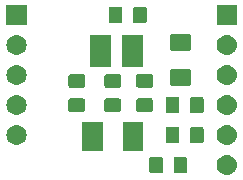
<source format=gbr>
G04 #@! TF.GenerationSoftware,KiCad,Pcbnew,(5.0.2)-1*
G04 #@! TF.CreationDate,2019-02-13T12:40:33+01:00*
G04 #@! TF.ProjectId,DICE-ADC-SMD,44494345-2d41-4444-932d-534d442e6b69,rev?*
G04 #@! TF.SameCoordinates,PX8e25b78PY3dbbafc*
G04 #@! TF.FileFunction,Soldermask,Top*
G04 #@! TF.FilePolarity,Negative*
%FSLAX46Y46*%
G04 Gerber Fmt 4.6, Leading zero omitted, Abs format (unit mm)*
G04 Created by KiCad (PCBNEW (5.0.2)-1) date 13/02/2019 12:40:33*
%MOMM*%
%LPD*%
G01*
G04 APERTURE LIST*
%ADD10C,0.100000*%
G04 APERTURE END LIST*
D10*
G36*
X21294350Y4609601D02*
X21454575Y4560997D01*
X21602240Y4482069D01*
X21731669Y4375849D01*
X21837889Y4246420D01*
X21916817Y4098755D01*
X21965421Y3938530D01*
X21981832Y3771900D01*
X21965421Y3605270D01*
X21916817Y3445045D01*
X21837889Y3297380D01*
X21731669Y3167951D01*
X21602240Y3061731D01*
X21454575Y2982803D01*
X21294350Y2934199D01*
X21169472Y2921900D01*
X21085968Y2921900D01*
X20961090Y2934199D01*
X20800865Y2982803D01*
X20653200Y3061731D01*
X20523771Y3167951D01*
X20417551Y3297380D01*
X20338623Y3445045D01*
X20290019Y3605270D01*
X20273608Y3771900D01*
X20290019Y3938530D01*
X20338623Y4098755D01*
X20417551Y4246420D01*
X20523771Y4375849D01*
X20653200Y4482069D01*
X20800865Y4560997D01*
X20961090Y4609601D01*
X21085968Y4621900D01*
X21169472Y4621900D01*
X21294350Y4609601D01*
X21294350Y4609601D01*
G37*
G36*
X17630242Y4467861D02*
X17663773Y4457689D01*
X17694680Y4441169D01*
X17721763Y4418943D01*
X17743989Y4391860D01*
X17760509Y4360953D01*
X17770681Y4327422D01*
X17774720Y4286413D01*
X17774720Y3257387D01*
X17770681Y3216378D01*
X17760509Y3182847D01*
X17743989Y3151940D01*
X17721763Y3124857D01*
X17694680Y3102631D01*
X17663773Y3086111D01*
X17630242Y3075939D01*
X17589233Y3071900D01*
X16810207Y3071900D01*
X16769198Y3075939D01*
X16735667Y3086111D01*
X16704760Y3102631D01*
X16677677Y3124857D01*
X16655451Y3151940D01*
X16638931Y3182847D01*
X16628759Y3216378D01*
X16624720Y3257387D01*
X16624720Y4286413D01*
X16628759Y4327422D01*
X16638931Y4360953D01*
X16655451Y4391860D01*
X16677677Y4418943D01*
X16704760Y4441169D01*
X16735667Y4457689D01*
X16769198Y4467861D01*
X16810207Y4471900D01*
X17589233Y4471900D01*
X17630242Y4467861D01*
X17630242Y4467861D01*
G37*
G36*
X15580242Y4467861D02*
X15613773Y4457689D01*
X15644680Y4441169D01*
X15671763Y4418943D01*
X15693989Y4391860D01*
X15710509Y4360953D01*
X15720681Y4327422D01*
X15724720Y4286413D01*
X15724720Y3257387D01*
X15720681Y3216378D01*
X15710509Y3182847D01*
X15693989Y3151940D01*
X15671763Y3124857D01*
X15644680Y3102631D01*
X15613773Y3086111D01*
X15580242Y3075939D01*
X15539233Y3071900D01*
X14760207Y3071900D01*
X14719198Y3075939D01*
X14685667Y3086111D01*
X14654760Y3102631D01*
X14627677Y3124857D01*
X14605451Y3151940D01*
X14588931Y3182847D01*
X14578759Y3216378D01*
X14574720Y3257387D01*
X14574720Y4286413D01*
X14578759Y4327422D01*
X14588931Y4360953D01*
X14605451Y4391860D01*
X14627677Y4418943D01*
X14654760Y4441169D01*
X14685667Y4457689D01*
X14719198Y4467861D01*
X14760207Y4471900D01*
X15539233Y4471900D01*
X15580242Y4467861D01*
X15580242Y4467861D01*
G37*
G36*
X14045720Y4939900D02*
X12305720Y4939900D01*
X12305720Y7429900D01*
X14045720Y7429900D01*
X14045720Y4939900D01*
X14045720Y4939900D01*
G37*
G36*
X10645720Y4939900D02*
X8905720Y4939900D01*
X8905720Y7429900D01*
X10645720Y7429900D01*
X10645720Y4939900D01*
X10645720Y4939900D01*
G37*
G36*
X3494350Y7149601D02*
X3654575Y7100997D01*
X3802240Y7022069D01*
X3931669Y6915849D01*
X4037889Y6786420D01*
X4116817Y6638755D01*
X4165421Y6478530D01*
X4181832Y6311900D01*
X4165421Y6145270D01*
X4116817Y5985045D01*
X4037889Y5837380D01*
X3931669Y5707951D01*
X3802240Y5601731D01*
X3654575Y5522803D01*
X3494350Y5474199D01*
X3369472Y5461900D01*
X3285968Y5461900D01*
X3161090Y5474199D01*
X3000865Y5522803D01*
X2853200Y5601731D01*
X2723771Y5707951D01*
X2617551Y5837380D01*
X2538623Y5985045D01*
X2490019Y6145270D01*
X2473608Y6311900D01*
X2490019Y6478530D01*
X2538623Y6638755D01*
X2617551Y6786420D01*
X2723771Y6915849D01*
X2853200Y7022069D01*
X3000865Y7100997D01*
X3161090Y7149601D01*
X3285968Y7161900D01*
X3369472Y7161900D01*
X3494350Y7149601D01*
X3494350Y7149601D01*
G37*
G36*
X21294350Y7149601D02*
X21454575Y7100997D01*
X21602240Y7022069D01*
X21731669Y6915849D01*
X21837889Y6786420D01*
X21916817Y6638755D01*
X21965421Y6478530D01*
X21981832Y6311900D01*
X21965421Y6145270D01*
X21916817Y5985045D01*
X21837889Y5837380D01*
X21731669Y5707951D01*
X21602240Y5601731D01*
X21454575Y5522803D01*
X21294350Y5474199D01*
X21169472Y5461900D01*
X21085968Y5461900D01*
X20961090Y5474199D01*
X20800865Y5522803D01*
X20653200Y5601731D01*
X20523771Y5707951D01*
X20417551Y5837380D01*
X20338623Y5985045D01*
X20290019Y6145270D01*
X20273608Y6311900D01*
X20290019Y6478530D01*
X20338623Y6638755D01*
X20417551Y6786420D01*
X20523771Y6915849D01*
X20653200Y7022069D01*
X20800865Y7100997D01*
X20961090Y7149601D01*
X21085968Y7161900D01*
X21169472Y7161900D01*
X21294350Y7149601D01*
X21294350Y7149601D01*
G37*
G36*
X16977242Y7007861D02*
X17010773Y6997689D01*
X17041680Y6981169D01*
X17068763Y6958943D01*
X17090989Y6931860D01*
X17107509Y6900953D01*
X17117681Y6867422D01*
X17121720Y6826413D01*
X17121720Y5797387D01*
X17117681Y5756378D01*
X17107509Y5722847D01*
X17090989Y5691940D01*
X17068763Y5664857D01*
X17041680Y5642631D01*
X17010773Y5626111D01*
X16977242Y5615939D01*
X16936233Y5611900D01*
X16157207Y5611900D01*
X16116198Y5615939D01*
X16082667Y5626111D01*
X16051760Y5642631D01*
X16024677Y5664857D01*
X16002451Y5691940D01*
X15985931Y5722847D01*
X15975759Y5756378D01*
X15971720Y5797387D01*
X15971720Y6826413D01*
X15975759Y6867422D01*
X15985931Y6900953D01*
X16002451Y6931860D01*
X16024677Y6958943D01*
X16051760Y6981169D01*
X16082667Y6997689D01*
X16116198Y7007861D01*
X16157207Y7011900D01*
X16936233Y7011900D01*
X16977242Y7007861D01*
X16977242Y7007861D01*
G37*
G36*
X19027242Y7007861D02*
X19060773Y6997689D01*
X19091680Y6981169D01*
X19118763Y6958943D01*
X19140989Y6931860D01*
X19157509Y6900953D01*
X19167681Y6867422D01*
X19171720Y6826413D01*
X19171720Y5797387D01*
X19167681Y5756378D01*
X19157509Y5722847D01*
X19140989Y5691940D01*
X19118763Y5664857D01*
X19091680Y5642631D01*
X19060773Y5626111D01*
X19027242Y5615939D01*
X18986233Y5611900D01*
X18207207Y5611900D01*
X18166198Y5615939D01*
X18132667Y5626111D01*
X18101760Y5642631D01*
X18074677Y5664857D01*
X18052451Y5691940D01*
X18035931Y5722847D01*
X18025759Y5756378D01*
X18021720Y5797387D01*
X18021720Y6826413D01*
X18025759Y6867422D01*
X18035931Y6900953D01*
X18052451Y6931860D01*
X18074677Y6958943D01*
X18101760Y6981169D01*
X18132667Y6997689D01*
X18166198Y7007861D01*
X18207207Y7011900D01*
X18986233Y7011900D01*
X19027242Y7007861D01*
X19027242Y7007861D01*
G37*
G36*
X21294350Y9689601D02*
X21454575Y9640997D01*
X21602240Y9562069D01*
X21731669Y9455849D01*
X21837889Y9326420D01*
X21916817Y9178755D01*
X21965421Y9018530D01*
X21981832Y8851900D01*
X21965421Y8685270D01*
X21916817Y8525045D01*
X21837889Y8377380D01*
X21731669Y8247951D01*
X21602240Y8141731D01*
X21454575Y8062803D01*
X21294350Y8014199D01*
X21169472Y8001900D01*
X21085968Y8001900D01*
X20961090Y8014199D01*
X20800865Y8062803D01*
X20653200Y8141731D01*
X20523771Y8247951D01*
X20417551Y8377380D01*
X20338623Y8525045D01*
X20290019Y8685270D01*
X20273608Y8851900D01*
X20290019Y9018530D01*
X20338623Y9178755D01*
X20417551Y9326420D01*
X20523771Y9455849D01*
X20653200Y9562069D01*
X20800865Y9640997D01*
X20961090Y9689601D01*
X21085968Y9701900D01*
X21169472Y9701900D01*
X21294350Y9689601D01*
X21294350Y9689601D01*
G37*
G36*
X3494350Y9689601D02*
X3654575Y9640997D01*
X3802240Y9562069D01*
X3931669Y9455849D01*
X4037889Y9326420D01*
X4116817Y9178755D01*
X4165421Y9018530D01*
X4181832Y8851900D01*
X4165421Y8685270D01*
X4116817Y8525045D01*
X4037889Y8377380D01*
X3931669Y8247951D01*
X3802240Y8141731D01*
X3654575Y8062803D01*
X3494350Y8014199D01*
X3369472Y8001900D01*
X3285968Y8001900D01*
X3161090Y8014199D01*
X3000865Y8062803D01*
X2853200Y8141731D01*
X2723771Y8247951D01*
X2617551Y8377380D01*
X2538623Y8525045D01*
X2490019Y8685270D01*
X2473608Y8851900D01*
X2490019Y9018530D01*
X2538623Y9178755D01*
X2617551Y9326420D01*
X2723771Y9455849D01*
X2853200Y9562069D01*
X3000865Y9640997D01*
X3161090Y9689601D01*
X3285968Y9701900D01*
X3369472Y9701900D01*
X3494350Y9689601D01*
X3494350Y9689601D01*
G37*
G36*
X19018242Y9547861D02*
X19051773Y9537689D01*
X19082680Y9521169D01*
X19109763Y9498943D01*
X19131989Y9471860D01*
X19148509Y9440953D01*
X19158681Y9407422D01*
X19162720Y9366413D01*
X19162720Y8337387D01*
X19158681Y8296378D01*
X19148509Y8262847D01*
X19131989Y8231940D01*
X19109763Y8204857D01*
X19082680Y8182631D01*
X19051773Y8166111D01*
X19018242Y8155939D01*
X18977233Y8151900D01*
X18198207Y8151900D01*
X18157198Y8155939D01*
X18123667Y8166111D01*
X18092760Y8182631D01*
X18065677Y8204857D01*
X18043451Y8231940D01*
X18026931Y8262847D01*
X18016759Y8296378D01*
X18012720Y8337387D01*
X18012720Y9366413D01*
X18016759Y9407422D01*
X18026931Y9440953D01*
X18043451Y9471860D01*
X18065677Y9498943D01*
X18092760Y9521169D01*
X18123667Y9537689D01*
X18157198Y9547861D01*
X18198207Y9551900D01*
X18977233Y9551900D01*
X19018242Y9547861D01*
X19018242Y9547861D01*
G37*
G36*
X16968242Y9547861D02*
X17001773Y9537689D01*
X17032680Y9521169D01*
X17059763Y9498943D01*
X17081989Y9471860D01*
X17098509Y9440953D01*
X17108681Y9407422D01*
X17112720Y9366413D01*
X17112720Y8337387D01*
X17108681Y8296378D01*
X17098509Y8262847D01*
X17081989Y8231940D01*
X17059763Y8204857D01*
X17032680Y8182631D01*
X17001773Y8166111D01*
X16968242Y8155939D01*
X16927233Y8151900D01*
X16148207Y8151900D01*
X16107198Y8155939D01*
X16073667Y8166111D01*
X16042760Y8182631D01*
X16015677Y8204857D01*
X15993451Y8231940D01*
X15976931Y8262847D01*
X15966759Y8296378D01*
X15962720Y8337387D01*
X15962720Y9366413D01*
X15966759Y9407422D01*
X15976931Y9440953D01*
X15993451Y9471860D01*
X16015677Y9498943D01*
X16042760Y9521169D01*
X16073667Y9537689D01*
X16107198Y9547861D01*
X16148207Y9551900D01*
X16927233Y9551900D01*
X16968242Y9547861D01*
X16968242Y9547861D01*
G37*
G36*
X8983242Y9413861D02*
X9016773Y9403689D01*
X9047680Y9387169D01*
X9074763Y9364943D01*
X9096989Y9337860D01*
X9113509Y9306953D01*
X9123681Y9273422D01*
X9127720Y9232413D01*
X9127720Y8453387D01*
X9123681Y8412378D01*
X9113509Y8378847D01*
X9096989Y8347940D01*
X9074763Y8320857D01*
X9047680Y8298631D01*
X9016773Y8282111D01*
X8983242Y8271939D01*
X8942233Y8267900D01*
X7913207Y8267900D01*
X7872198Y8271939D01*
X7838667Y8282111D01*
X7807760Y8298631D01*
X7780677Y8320857D01*
X7758451Y8347940D01*
X7741931Y8378847D01*
X7731759Y8412378D01*
X7727720Y8453387D01*
X7727720Y9232413D01*
X7731759Y9273422D01*
X7741931Y9306953D01*
X7758451Y9337860D01*
X7780677Y9364943D01*
X7807760Y9387169D01*
X7838667Y9403689D01*
X7872198Y9413861D01*
X7913207Y9417900D01*
X8942233Y9417900D01*
X8983242Y9413861D01*
X8983242Y9413861D01*
G37*
G36*
X12031242Y9413861D02*
X12064773Y9403689D01*
X12095680Y9387169D01*
X12122763Y9364943D01*
X12144989Y9337860D01*
X12161509Y9306953D01*
X12171681Y9273422D01*
X12175720Y9232413D01*
X12175720Y8453387D01*
X12171681Y8412378D01*
X12161509Y8378847D01*
X12144989Y8347940D01*
X12122763Y8320857D01*
X12095680Y8298631D01*
X12064773Y8282111D01*
X12031242Y8271939D01*
X11990233Y8267900D01*
X10961207Y8267900D01*
X10920198Y8271939D01*
X10886667Y8282111D01*
X10855760Y8298631D01*
X10828677Y8320857D01*
X10806451Y8347940D01*
X10789931Y8378847D01*
X10779759Y8412378D01*
X10775720Y8453387D01*
X10775720Y9232413D01*
X10779759Y9273422D01*
X10789931Y9306953D01*
X10806451Y9337860D01*
X10828677Y9364943D01*
X10855760Y9387169D01*
X10886667Y9403689D01*
X10920198Y9413861D01*
X10961207Y9417900D01*
X11990233Y9417900D01*
X12031242Y9413861D01*
X12031242Y9413861D01*
G37*
G36*
X14730242Y9423861D02*
X14763773Y9413689D01*
X14794680Y9397169D01*
X14821763Y9374943D01*
X14843989Y9347860D01*
X14860509Y9316953D01*
X14870681Y9283422D01*
X14874720Y9242413D01*
X14874720Y8463387D01*
X14870681Y8422378D01*
X14860509Y8388847D01*
X14843989Y8357940D01*
X14821763Y8330857D01*
X14794680Y8308631D01*
X14763773Y8292111D01*
X14730242Y8281939D01*
X14689233Y8277900D01*
X13660207Y8277900D01*
X13619198Y8281939D01*
X13585667Y8292111D01*
X13554760Y8308631D01*
X13527677Y8330857D01*
X13505451Y8357940D01*
X13488931Y8388847D01*
X13478759Y8422378D01*
X13474720Y8463387D01*
X13474720Y9242413D01*
X13478759Y9283422D01*
X13488931Y9316953D01*
X13505451Y9347860D01*
X13527677Y9374943D01*
X13554760Y9397169D01*
X13585667Y9413689D01*
X13619198Y9423861D01*
X13660207Y9427900D01*
X14689233Y9427900D01*
X14730242Y9423861D01*
X14730242Y9423861D01*
G37*
G36*
X8983242Y11463861D02*
X9016773Y11453689D01*
X9047680Y11437169D01*
X9074763Y11414943D01*
X9096989Y11387860D01*
X9113509Y11356953D01*
X9123681Y11323422D01*
X9127720Y11282413D01*
X9127720Y10503387D01*
X9123681Y10462378D01*
X9113509Y10428847D01*
X9096989Y10397940D01*
X9074763Y10370857D01*
X9047680Y10348631D01*
X9016773Y10332111D01*
X8983242Y10321939D01*
X8942233Y10317900D01*
X7913207Y10317900D01*
X7872198Y10321939D01*
X7838667Y10332111D01*
X7807760Y10348631D01*
X7780677Y10370857D01*
X7758451Y10397940D01*
X7741931Y10428847D01*
X7731759Y10462378D01*
X7727720Y10503387D01*
X7727720Y11282413D01*
X7731759Y11323422D01*
X7741931Y11356953D01*
X7758451Y11387860D01*
X7780677Y11414943D01*
X7807760Y11437169D01*
X7838667Y11453689D01*
X7872198Y11463861D01*
X7913207Y11467900D01*
X8942233Y11467900D01*
X8983242Y11463861D01*
X8983242Y11463861D01*
G37*
G36*
X12031242Y11463861D02*
X12064773Y11453689D01*
X12095680Y11437169D01*
X12122763Y11414943D01*
X12144989Y11387860D01*
X12161509Y11356953D01*
X12171681Y11323422D01*
X12175720Y11282413D01*
X12175720Y10503387D01*
X12171681Y10462378D01*
X12161509Y10428847D01*
X12144989Y10397940D01*
X12122763Y10370857D01*
X12095680Y10348631D01*
X12064773Y10332111D01*
X12031242Y10321939D01*
X11990233Y10317900D01*
X10961207Y10317900D01*
X10920198Y10321939D01*
X10886667Y10332111D01*
X10855760Y10348631D01*
X10828677Y10370857D01*
X10806451Y10397940D01*
X10789931Y10428847D01*
X10779759Y10462378D01*
X10775720Y10503387D01*
X10775720Y11282413D01*
X10779759Y11323422D01*
X10789931Y11356953D01*
X10806451Y11387860D01*
X10828677Y11414943D01*
X10855760Y11437169D01*
X10886667Y11453689D01*
X10920198Y11463861D01*
X10961207Y11467900D01*
X11990233Y11467900D01*
X12031242Y11463861D01*
X12031242Y11463861D01*
G37*
G36*
X14730242Y11473861D02*
X14763773Y11463689D01*
X14794680Y11447169D01*
X14821763Y11424943D01*
X14843989Y11397860D01*
X14860509Y11366953D01*
X14870681Y11333422D01*
X14874720Y11292413D01*
X14874720Y10513387D01*
X14870681Y10472378D01*
X14860509Y10438847D01*
X14843989Y10407940D01*
X14821763Y10380857D01*
X14794680Y10358631D01*
X14763773Y10342111D01*
X14730242Y10331939D01*
X14689233Y10327900D01*
X13660207Y10327900D01*
X13619198Y10331939D01*
X13585667Y10342111D01*
X13554760Y10358631D01*
X13527677Y10380857D01*
X13505451Y10407940D01*
X13488931Y10438847D01*
X13478759Y10472378D01*
X13474720Y10513387D01*
X13474720Y11292413D01*
X13478759Y11333422D01*
X13488931Y11366953D01*
X13505451Y11397860D01*
X13527677Y11424943D01*
X13554760Y11447169D01*
X13585667Y11463689D01*
X13619198Y11473861D01*
X13660207Y11477900D01*
X14689233Y11477900D01*
X14730242Y11473861D01*
X14730242Y11473861D01*
G37*
G36*
X17961684Y11893063D02*
X17993248Y11883488D01*
X18022337Y11867940D01*
X18047834Y11847014D01*
X18068760Y11821517D01*
X18084308Y11792428D01*
X18093883Y11760864D01*
X18097720Y11721902D01*
X18097720Y10646898D01*
X18093883Y10607936D01*
X18084308Y10576372D01*
X18068760Y10547283D01*
X18047834Y10521786D01*
X18022337Y10500860D01*
X17993248Y10485312D01*
X17961684Y10475737D01*
X17922722Y10471900D01*
X16522718Y10471900D01*
X16483756Y10475737D01*
X16452192Y10485312D01*
X16423103Y10500860D01*
X16397606Y10521786D01*
X16376680Y10547283D01*
X16361132Y10576372D01*
X16351557Y10607936D01*
X16347720Y10646898D01*
X16347720Y11721902D01*
X16351557Y11760864D01*
X16361132Y11792428D01*
X16376680Y11821517D01*
X16397606Y11847014D01*
X16423103Y11867940D01*
X16452192Y11883488D01*
X16483756Y11893063D01*
X16522718Y11896900D01*
X17922722Y11896900D01*
X17961684Y11893063D01*
X17961684Y11893063D01*
G37*
G36*
X3494350Y12229601D02*
X3654575Y12180997D01*
X3802240Y12102069D01*
X3931669Y11995849D01*
X4037889Y11866420D01*
X4116817Y11718755D01*
X4165421Y11558530D01*
X4181832Y11391900D01*
X4165421Y11225270D01*
X4116817Y11065045D01*
X4037889Y10917380D01*
X3931669Y10787951D01*
X3802240Y10681731D01*
X3654575Y10602803D01*
X3494350Y10554199D01*
X3369472Y10541900D01*
X3285968Y10541900D01*
X3161090Y10554199D01*
X3000865Y10602803D01*
X2853200Y10681731D01*
X2723771Y10787951D01*
X2617551Y10917380D01*
X2538623Y11065045D01*
X2490019Y11225270D01*
X2473608Y11391900D01*
X2490019Y11558530D01*
X2538623Y11718755D01*
X2617551Y11866420D01*
X2723771Y11995849D01*
X2853200Y12102069D01*
X3000865Y12180997D01*
X3161090Y12229601D01*
X3285968Y12241900D01*
X3369472Y12241900D01*
X3494350Y12229601D01*
X3494350Y12229601D01*
G37*
G36*
X21294350Y12229601D02*
X21454575Y12180997D01*
X21602240Y12102069D01*
X21731669Y11995849D01*
X21837889Y11866420D01*
X21916817Y11718755D01*
X21965421Y11558530D01*
X21981832Y11391900D01*
X21965421Y11225270D01*
X21916817Y11065045D01*
X21837889Y10917380D01*
X21731669Y10787951D01*
X21602240Y10681731D01*
X21454575Y10602803D01*
X21294350Y10554199D01*
X21169472Y10541900D01*
X21085968Y10541900D01*
X20961090Y10554199D01*
X20800865Y10602803D01*
X20653200Y10681731D01*
X20523771Y10787951D01*
X20417551Y10917380D01*
X20338623Y11065045D01*
X20290019Y11225270D01*
X20273608Y11391900D01*
X20290019Y11558530D01*
X20338623Y11718755D01*
X20417551Y11866420D01*
X20523771Y11995849D01*
X20653200Y12102069D01*
X20800865Y12180997D01*
X20961090Y12229601D01*
X21085968Y12241900D01*
X21169472Y12241900D01*
X21294350Y12229601D01*
X21294350Y12229601D01*
G37*
G36*
X14013220Y12088900D02*
X12273220Y12088900D01*
X12273220Y14778900D01*
X14013220Y14778900D01*
X14013220Y12088900D01*
X14013220Y12088900D01*
G37*
G36*
X11313220Y12088900D02*
X9573220Y12088900D01*
X9573220Y14778900D01*
X11313220Y14778900D01*
X11313220Y12088900D01*
X11313220Y12088900D01*
G37*
G36*
X21294350Y14769601D02*
X21454575Y14720997D01*
X21602240Y14642069D01*
X21731669Y14535849D01*
X21837889Y14406420D01*
X21916817Y14258755D01*
X21965421Y14098530D01*
X21981832Y13931900D01*
X21965421Y13765270D01*
X21916817Y13605045D01*
X21837889Y13457380D01*
X21731669Y13327951D01*
X21602240Y13221731D01*
X21454575Y13142803D01*
X21294350Y13094199D01*
X21169472Y13081900D01*
X21085968Y13081900D01*
X20961090Y13094199D01*
X20800865Y13142803D01*
X20653200Y13221731D01*
X20523771Y13327951D01*
X20417551Y13457380D01*
X20338623Y13605045D01*
X20290019Y13765270D01*
X20273608Y13931900D01*
X20290019Y14098530D01*
X20338623Y14258755D01*
X20417551Y14406420D01*
X20523771Y14535849D01*
X20653200Y14642069D01*
X20800865Y14720997D01*
X20961090Y14769601D01*
X21085968Y14781900D01*
X21169472Y14781900D01*
X21294350Y14769601D01*
X21294350Y14769601D01*
G37*
G36*
X3494350Y14769601D02*
X3654575Y14720997D01*
X3802240Y14642069D01*
X3931669Y14535849D01*
X4037889Y14406420D01*
X4116817Y14258755D01*
X4165421Y14098530D01*
X4181832Y13931900D01*
X4165421Y13765270D01*
X4116817Y13605045D01*
X4037889Y13457380D01*
X3931669Y13327951D01*
X3802240Y13221731D01*
X3654575Y13142803D01*
X3494350Y13094199D01*
X3369472Y13081900D01*
X3285968Y13081900D01*
X3161090Y13094199D01*
X3000865Y13142803D01*
X2853200Y13221731D01*
X2723771Y13327951D01*
X2617551Y13457380D01*
X2538623Y13605045D01*
X2490019Y13765270D01*
X2473608Y13931900D01*
X2490019Y14098530D01*
X2538623Y14258755D01*
X2617551Y14406420D01*
X2723771Y14535849D01*
X2853200Y14642069D01*
X3000865Y14720997D01*
X3161090Y14769601D01*
X3285968Y14781900D01*
X3369472Y14781900D01*
X3494350Y14769601D01*
X3494350Y14769601D01*
G37*
G36*
X17961684Y14868063D02*
X17993248Y14858488D01*
X18022337Y14842940D01*
X18047834Y14822014D01*
X18068760Y14796517D01*
X18084308Y14767428D01*
X18093883Y14735864D01*
X18097720Y14696902D01*
X18097720Y13621898D01*
X18093883Y13582936D01*
X18084308Y13551372D01*
X18068760Y13522283D01*
X18047834Y13496786D01*
X18022337Y13475860D01*
X17993248Y13460312D01*
X17961684Y13450737D01*
X17922722Y13446900D01*
X16522718Y13446900D01*
X16483756Y13450737D01*
X16452192Y13460312D01*
X16423103Y13475860D01*
X16397606Y13496786D01*
X16376680Y13522283D01*
X16361132Y13551372D01*
X16351557Y13582936D01*
X16347720Y13621898D01*
X16347720Y14696902D01*
X16351557Y14735864D01*
X16361132Y14767428D01*
X16376680Y14796517D01*
X16397606Y14822014D01*
X16423103Y14842940D01*
X16452192Y14858488D01*
X16483756Y14868063D01*
X16522718Y14871900D01*
X17922722Y14871900D01*
X17961684Y14868063D01*
X17961684Y14868063D01*
G37*
G36*
X21977720Y15621900D02*
X20277720Y15621900D01*
X20277720Y17321900D01*
X21977720Y17321900D01*
X21977720Y15621900D01*
X21977720Y15621900D01*
G37*
G36*
X4177720Y15621900D02*
X2477720Y15621900D01*
X2477720Y17321900D01*
X4177720Y17321900D01*
X4177720Y15621900D01*
X4177720Y15621900D01*
G37*
G36*
X14201242Y17177861D02*
X14234773Y17167689D01*
X14265680Y17151169D01*
X14292763Y17128943D01*
X14314989Y17101860D01*
X14331509Y17070953D01*
X14341681Y17037422D01*
X14345720Y16996413D01*
X14345720Y15967387D01*
X14341681Y15926378D01*
X14331509Y15892847D01*
X14314989Y15861940D01*
X14292763Y15834857D01*
X14265680Y15812631D01*
X14234773Y15796111D01*
X14201242Y15785939D01*
X14160233Y15781900D01*
X13381207Y15781900D01*
X13340198Y15785939D01*
X13306667Y15796111D01*
X13275760Y15812631D01*
X13248677Y15834857D01*
X13226451Y15861940D01*
X13209931Y15892847D01*
X13199759Y15926378D01*
X13195720Y15967387D01*
X13195720Y16996413D01*
X13199759Y17037422D01*
X13209931Y17070953D01*
X13226451Y17101860D01*
X13248677Y17128943D01*
X13275760Y17151169D01*
X13306667Y17167689D01*
X13340198Y17177861D01*
X13381207Y17181900D01*
X14160233Y17181900D01*
X14201242Y17177861D01*
X14201242Y17177861D01*
G37*
G36*
X12151242Y17177861D02*
X12184773Y17167689D01*
X12215680Y17151169D01*
X12242763Y17128943D01*
X12264989Y17101860D01*
X12281509Y17070953D01*
X12291681Y17037422D01*
X12295720Y16996413D01*
X12295720Y15967387D01*
X12291681Y15926378D01*
X12281509Y15892847D01*
X12264989Y15861940D01*
X12242763Y15834857D01*
X12215680Y15812631D01*
X12184773Y15796111D01*
X12151242Y15785939D01*
X12110233Y15781900D01*
X11331207Y15781900D01*
X11290198Y15785939D01*
X11256667Y15796111D01*
X11225760Y15812631D01*
X11198677Y15834857D01*
X11176451Y15861940D01*
X11159931Y15892847D01*
X11149759Y15926378D01*
X11145720Y15967387D01*
X11145720Y16996413D01*
X11149759Y17037422D01*
X11159931Y17070953D01*
X11176451Y17101860D01*
X11198677Y17128943D01*
X11225760Y17151169D01*
X11256667Y17167689D01*
X11290198Y17177861D01*
X11331207Y17181900D01*
X12110233Y17181900D01*
X12151242Y17177861D01*
X12151242Y17177861D01*
G37*
M02*

</source>
